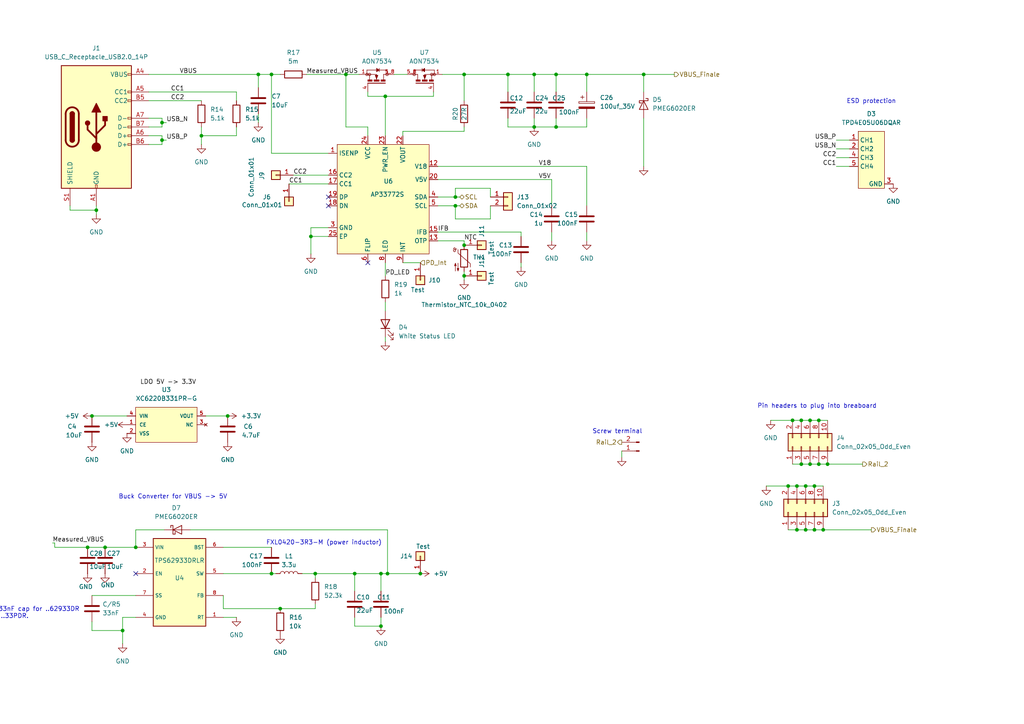
<source format=kicad_sch>
(kicad_sch (version 20250114) (generator "eeschema") (generator_version "9.0")
  (paper "A4")
  (title_block (title "USB PD PPS for breadboards") (date "2025-05-01") (rev "V1") (comment 1 "Licensed under CC BY-NC-SA 4.0 (c) 2025 Shinui"))
  (lib_symbols
    (symbol "Connector:Conn_01x02_Pin" (pin_names (offset 1.016) (hide yes))
      (property "Reference" "J" (at 0 2.54 0))
      (property "Value" "Conn_01x02_Pin" (at 0 -5.08 0))
      (symbol "Conn_01x02_Pin_1_1"
        (pin passive line (at 5.08 0 180) (length 3.81) (name "Pin_1") (number "1"))
        (pin passive line (at 5.08 -2.54 180) (length 3.81) (name "Pin_2") (number "2"))
      )
    )
    (symbol "Connector:USB_C_Receptacle_USB2.0_14P" (pin_names (offset 1.016))
      (property "Reference" "J" (at 0 22.225 0))
      (property "Value" "USB_C_Receptacle_USB2.0_14P" (at 0 19.685 0))
      (symbol "USB_C_Receptacle_USB2.0_14P_1_1"
        (pin passive line (at -7.62 -22.86 90) (length 5.08) (name "SHIELD") (number "S1"))
        (pin passive line (at 0 -22.86 90) (length 5.08) (name "GND") (number "A1"))
        (pin passive line (at 0 -22.86 90) (length 5.08) (hide yes) (name "GND") (number "A12"))
        (pin passive line (at 0 -22.86 90) (length 5.08) (hide yes) (name "GND") (number "B1"))
        (pin passive line (at 0 -22.86 90) (length 5.08) (hide yes) (name "GND") (number "B12"))
        (pin passive line (at 15.24 15.24 180) (length 5.08) (name "VBUS") (number "A4"))
        (pin passive line (at 15.24 15.24 180) (length 5.08) (hide yes) (name "VBUS") (number "A9"))
        (pin passive line (at 15.24 15.24 180) (length 5.08) (hide yes) (name "VBUS") (number "B4"))
        (pin passive line (at 15.24 15.24 180) (length 5.08) (hide yes) (name "VBUS") (number "B9"))
        (pin bidirectional line (at 15.24 10.16 180) (length 5.08) (name "CC1") (number "A5"))
        (pin bidirectional line (at 15.24 7.62 180) (length 5.08) (name "CC2") (number "B5"))
        (pin bidirectional line (at 15.24 2.54 180) (length 5.08) (name "D-") (number "A7"))
        (pin bidirectional line (at 15.24 0 180) (length 5.08) (name "D-") (number "B7"))
        (pin bidirectional line (at 15.24 -2.54 180) (length 5.08) (name "D+") (number "A6"))
        (pin bidirectional line (at 15.24 -5.08 180) (length 5.08) (name "D+") (number "B6"))
      )
    )
    (symbol "Connector_Generic:Conn_01x01" (pin_names (offset 1.016) (hide yes))
      (property "Reference" "J" (at 0 2.54 0))
      (property "Value" "Conn_01x01" (at 0 -2.54 0))
      (symbol "Conn_01x01_1_1"
        (pin passive line (at -5.08 0 0) (length 3.81) (name "Pin_1") (number "1"))
      )
    )
    (symbol "Connector_Generic:Conn_01x02" (pin_names (offset 1.016) (hide yes))
      (property "Reference" "J" (at 0 2.54 0))
      (property "Value" "Conn_01x02" (at 0 -5.08 0))
      (symbol "Conn_01x02_1_1"
        (pin passive line (at -5.08 0 0) (length 3.81) (name "Pin_1") (number "1"))
        (pin passive line (at -5.08 -2.54 0) (length 3.81) (name "Pin_2") (number "2"))
      )
    )
    (symbol "Connector_Generic:Conn_02x05_Odd_Even" (pin_names (offset 1.016) (hide yes))
      (property "Reference" "J" (at 1.27 7.62 0))
      (property "Value" "Conn_02x05_Odd_Even" (at 1.27 -7.62 0))
      (symbol "Conn_02x05_Odd_Even_1_1"
        (pin passive line (at -5.08 5.08 0) (length 3.81) (name "Pin_1") (number "1"))
        (pin passive line (at -5.08 2.54 0) (length 3.81) (name "Pin_3") (number "3"))
        (pin passive line (at -5.08 0 0) (length 3.81) (name "Pin_5") (number "5"))
        (pin passive line (at -5.08 -2.54 0) (length 3.81) (name "Pin_7") (number "7"))
        (pin passive line (at -5.08 -5.08 0) (length 3.81) (name "Pin_9") (number "9"))
        (pin passive line (at 7.62 5.08 180) (length 3.81) (name "Pin_2") (number "2"))
        (pin passive line (at 7.62 2.54 180) (length 3.81) (name "Pin_4") (number "4"))
        (pin passive line (at 7.62 0 180) (length 3.81) (name "Pin_6") (number "6"))
        (pin passive line (at 7.62 -2.54 180) (length 3.81) (name "Pin_8") (number "8"))
        (pin passive line (at 7.62 -5.08 180) (length 3.81) (name "Pin_10") (number "10"))
      )
    )
    (symbol "Device:C" (pin_numbers (hide yes)) (pin_names (offset 0.254))
      (property "Reference" "C" (at 0.635 2.54 0))
      (property "Value" "C" (at 0.635 -2.54 0))
      (symbol "C_1_1"
        (pin passive line (at 0 3.81 270) (length 2.794) (name "~") (number "1"))
        (pin passive line (at 0 -3.81 90) (length 2.794) (name "~") (number "2"))
      )
    )
    (symbol "Device:C_Polarized" (pin_numbers (hide yes)) (pin_names (offset 0.254))
      (property "Reference" "C" (at 0.635 2.54 0))
      (property "Value" "C_Polarized" (at 0.635 -2.54 0))
      (symbol "C_Polarized_1_1"
        (pin passive line (at 0 3.81 270) (length 2.794) (name "~") (number "1"))
        (pin passive line (at 0 -3.81 90) (length 2.794) (name "~") (number "2"))
      )
    )
    (symbol "Device:L" (pin_numbers (hide yes)) (pin_names (offset 1.016) (hide yes))
      (property "Reference" "L" (at -1.27 0 90))
      (property "Value" "L" (at 1.905 0 90))
      (symbol "L_1_1"
        (pin passive line (at 0 3.81 270) (length 1.27) (name "1") (number "1"))
        (pin passive line (at 0 -3.81 90) (length 1.27) (name "2") (number "2"))
      )
    )
    (symbol "Device:LED" (pin_numbers (hide yes)) (pin_names (offset 1.016) (hide yes))
      (property "Reference" "D" (at 0 2.54 0))
      (property "Value" "LED" (at 0 -2.54 0))
      (symbol "LED_1_1"
        (pin passive line (at -3.81 0 0) (length 2.54) (name "K") (number "1"))
        (pin passive line (at 3.81 0 180) (length 2.54) (name "A") (number "2"))
      )
    )
    (symbol "Device:R" (pin_numbers (hide yes)) (pin_names (offset 0))
      (property "Reference" "R" (at 2.032 0 90))
      (property "Value" "R" (at 0 0 90))
      (symbol "R_1_1"
        (pin passive line (at 0 3.81 270) (length 1.27) (name "~") (number "1"))
        (pin passive line (at 0 -3.81 90) (length 1.27) (name "~") (number "2"))
      )
    )
    (symbol "Device:Thermistor_NTC" (pin_numbers (hide yes)) (pin_names (offset 0))
      (property "Reference" "TH" (at -4.445 0 90))
      (property "Value" "Thermistor_NTC" (at 3.175 0 90))
      (symbol "Thermistor_NTC_1_1"
        (pin passive line (at 0 3.81 270) (length 1.27) (name "~") (number "1"))
        (pin passive line (at 0 -3.81 90) (length 1.27) (name "~") (number "2"))
      )
    )
    (symbol "Diode:PMEG6020ER" (pin_numbers (hide yes)) (pin_names (hide yes))
      (property "Reference" "D" (at 0 2.54 0))
      (property "Value" "PMEG6020ER" (at 0 -2.54 0))
      (symbol "PMEG6020ER_1_1"
        (pin passive line (at -3.81 0 0) (length 2.54) (name "K") (number "1"))
        (pin passive line (at 3.81 0 180) (length 2.54) (name "A") (number "2"))
      )
    )
    (symbol "Diode_TVS:TPD4E05U06DQAR"
      (property "Reference" "D" (at 3.048 8.636 0))
      (property "Value" "TPD4E05U06DQAR" (at 0.254 -10.16 0))
      (symbol "TPD4E05U06DQAR_1_1"
        (pin input line (at -6.35 5.08 0) (length 2.54) (name "CH1") (number "1"))
        (pin input line (at -6.35 5.08 0) (length 2.54) (hide yes) (name "") (number "10"))
        (pin input line (at -6.35 2.54 0) (length 2.54) (name "CH2") (number "2"))
        (pin input line (at -6.35 2.54 0) (length 2.54) (hide yes) (name "") (number "9"))
        (pin input line (at -6.35 0 0) (length 2.54) (name "CH3") (number "4"))
        (pin input line (at -6.35 0 0) (length 2.54) (hide yes) (name "") (number "7"))
        (pin input line (at -6.35 -2.54 0) (length 2.54) (name "CH4") (number "5"))
        (pin input line (at -6.35 -2.54 0) (length 2.54) (hide yes) (name "") (number "6"))
        (pin power_in line (at 6.35 -7.62 180) (length 2.54) (name "GND") (number "3"))
        (pin power_in line (at 6.35 -7.62 180) (length 2.54) (hide yes) (name "GND") (number "8"))
      )
    )
    (symbol "Interface_USBC:AP33772S"
      (property "Reference" "U6" (at -2.286 25.146 0))
      (property "Value" "AP33772S" (at -6.096 21.59 0))
      (symbol "AP33772S_1_1"
        (pin input line (at -17.78 11.43 0) (length 2.54) (name "ISENP") (number "1"))
        (pin input line (at -17.78 5.08 0) (length 2.54) (name "CC2") (number "16"))
        (pin input line (at -17.78 2.54 0) (length 2.54) (name "CC1") (number "17"))
        (pin input line (at -17.78 -1.27 0) (length 2.54) (name "DP") (number "19"))
        (pin input line (at -17.78 -3.81 0) (length 2.54) (name "DN") (number "18"))
        (pin input line (at -17.78 -10.16 0) (length 2.54) (name "GND") (number "3"))
        (pin input line (at -17.78 -12.7 0) (length 2.54) (name "EP") (number "25"))
        (pin no_connect line (at -17.78 -16.51 0) (length 2.54) (hide yes) (name "NC") (number "10"))
        (pin no_connect line (at -17.78 -16.51 0) (length 2.54) (hide yes) (name "NC") (number "11"))
        (pin no_connect line (at -17.78 -16.51 0) (length 2.54) (hide yes) (name "NC") (number "14"))
        (pin no_connect line (at -17.78 -16.51 0) (length 2.54) (hide yes) (name "NC") (number "2"))
        (pin no_connect line (at -17.78 -16.51 0) (length 2.54) (hide yes) (name "NC") (number "21"))
        (pin no_connect line (at -17.78 -16.51 0) (length 2.54) (hide yes) (name "NC") (number "7"))
        (pin input line (at -6.35 16.51 270) (length 2.54) (name "VCC") (number "24"))
        (pin input line (at -6.35 -20.32 90) (length 2.54) (name "FLIP") (number "6"))
        (pin input line (at -1.27 16.51 270) (length 2.54) (name "PWR_EN") (number "23"))
        (pin input line (at -1.27 -20.32 90) (length 2.54) (name "LED") (number "8"))
        (pin input line (at 3.81 16.51 270) (length 2.54) (name "VOUT") (number "22"))
        (pin input line (at 3.81 -20.32 90) (length 2.54) (name "INT") (number "9"))
        (pin input line (at 13.97 7.62 180) (length 2.54) (name "V18") (number "12"))
        (pin input line (at 13.97 3.81 180) (length 2.54) (name "V5V") (number "20"))
        (pin input line (at 13.97 -1.27 180) (length 2.54) (name "SDA") (number "4"))
        (pin input line (at 13.97 -3.81 180) (length 2.54) (name "SCL") (number "5"))
        (pin input line (at 13.97 -11.43 180) (length 2.54) (name "IFB") (number "15"))
        (pin input line (at 13.97 -13.97 180) (length 2.54) (name "OTP") (number "13"))
      )
    )
    (symbol "Power_Converter:TPS62933DRLR"
      (property "Reference" "U" (at -7.874 14.986 0))
      (property "Value" "TPS62933DRLR" (at -1.016 -14.224 0))
      (symbol "TPS62933DRLR_0_0"
        (pin input line (at -12.7 10.16 0) (length 5.08) (name "VIN") (number "3"))
        (pin input line (at -12.7 2.54 0) (length 5.08) (name "EN") (number "2"))
        (pin power_in line (at -12.7 -10.16 0) (length 5.08) (name "GND") (number "4"))
        (pin power_in line (at 12.7 10.16 180) (length 5.08) (name "BST") (number "6"))
        (pin output line (at 12.7 2.54 180) (length 5.08) (name "SW") (number "5"))
        (pin input line (at 12.7 -3.81 180) (length 5.08) (name "FB") (number "8"))
        (pin input line (at 12.7 -10.16 180) (length 5.08) (name "RT") (number "1"))
      )
      (symbol "TPS62933DRLR_1_0"
        (pin output line (at -12.7 -3.81 0) (length 5.08) (name "SS") (number "7"))
      )
    )
    (symbol "Transistor_MOSFET:AON7262E"
      (property "Reference" "U" (at -3.048 4.572 0))
      (property "Value" "AON7262E" (at -1.016 -6.858 0))
      (symbol "AON7262E_1_0"
        (pin passive line (at -5.08 -2.54 0) (length 2.54) (name "~") (number "4"))
        (pin passive line (at 0 5.08 270) (length 2.54) (name "~") (number "5_8"))
        (pin passive line (at 0 -5.08 90) (length 2.54) (name "~") (number "1"))
        (pin passive line (at 0 -5.08 90) (length 2.54) (hide yes) (name "~") (number "2"))
        (pin passive line (at 0 -5.08 90) (length 2.54) (hide yes) (name "~") (number "3"))
      )
    )
    (symbol "XC662:XC6220B331PR-G" (pin_names (offset 1.016))
      (property "Reference" "U" (at -8.89 6.35 0))
      (property "Value" "XC6220B331PR-G" (at -8.89 -7.62 0))
      (symbol "XC6220B331PR-G_0_0"
        (pin power_in line (at -11.43 2.54 0) (length 2.54) (name "VIN") (number "4"))
        (pin passive line (at -11.43 0 0) (length 2.54) (name "CE") (number "1"))
        (pin passive line (at -11.43 -2.54 0) (length 2.54) (name "VSS") (number "2"))
        (pin output line (at 11.43 2.54 180) (length 2.54) (name "VOUT") (number "5"))
        (pin no_connect line (at 11.43 0 180) (length 2.54) (name "NC") (number "3"))
      )
    )
    (symbol "power:+3.3V" (power) (pin_numbers (hide yes)) (pin_names (offset 0) (hide yes))
      (property "Value" "+3.3V" (at 0 3.556 0))
      (symbol "+3.3V_1_1"
        (pin power_in line (at 0 0 90) (length 0) (name "~") (number "1"))
      )
    )
    (symbol "power:+5V" (power) (pin_numbers (hide yes)) (pin_names (offset 0) (hide yes))
      (property "Value" "+5V" (at 0 3.556 0))
      (symbol "+5V_1_1"
        (pin power_in line (at 0 0 90) (length 0) (name "~") (number "1"))
      )
    )
    (symbol "power:GND" (power) (pin_numbers (hide yes)) (pin_names (offset 0) (hide yes))
      (property "Value" "GND" (at 0 -3.81 0))
      (symbol "GND_1_1"
        (pin power_in line (at 0 0 270) (length 0) (name "~") (number "1"))
      )
    )
  )
  (text "ESD protection" (at 252.73 29.464 0) (effects (font (size 1.27 1.27))))
  (text "This component(C/R5) can either be 33nF cap for ..62933DR \nor a 10k Resistor for ..33PDR." (at -6.604 177.8 0) (effects (font (size 1.27 1.27))))
  (text "Buck Converter for VBUS -> 5V" (at 50.165 144.145 0) (effects (font (size 1.27 1.27))))
  (text "FXL0420-3R3-M (power inductor)" (at 93.98 157.48 0) (effects (font (size 1.27 1.27))))
  (text "Pin headers to plug into breaboard" (at 236.982 117.856 0) (effects (font (size 1.27 1.27))))
  (text "Screw terminal" (at 179.07 125.222 0) (effects (font (size 1.27 1.27))))
  (junction (at 78.74 21.59))
  (junction (at 91.44 166.37))
  (junction (at 236.22 153.67))
  (junction (at 237.49 121.92))
  (junction (at 238.76 153.67))
  (junction (at 231.14 153.67))
  (junction (at 110.49 166.37))
  (junction (at 134.62 21.59))
  (junction (at 134.62 80.01))
  (junction (at 66.04 120.65))
  (junction (at 39.37 158.75))
  (junction (at 161.29 21.59))
  (junction (at 25.4 158.75))
  (junction (at 112.395 166.37))
  (junction (at 132.08 57.15))
  (junction (at 232.41 121.92))
  (junction (at 237.49 134.62))
  (junction (at 74.93 21.59))
  (junction (at 170.18 21.59))
  (junction (at 161.29 36.83))
  (junction (at 81.28 176.53))
  (junction (at 46.99 35.56))
  (junction (at 58.42 39.37))
  (junction (at 132.08 59.69))
  (junction (at 228.6 140.97))
  (junction (at 154.94 36.83))
  (junction (at 134.62 71.12))
  (junction (at 147.32 21.59))
  (junction (at 231.14 140.97))
  (junction (at 78.74 166.37))
  (junction (at 121.92 166.37))
  (junction (at 110.49 181.61))
  (junction (at 233.68 153.67))
  (junction (at 100.33 21.59))
  (junction (at 102.87 166.37))
  (junction (at 233.68 140.97))
  (junction (at 234.95 134.62))
  (junction (at 240.03 134.62))
  (junction (at 111.76 27.94))
  (junction (at 30.48 158.75))
  (junction (at 26.67 120.65))
  (junction (at 232.41 134.62))
  (junction (at 229.87 121.92))
  (junction (at 236.22 140.97))
  (junction (at 90.17 68.58))
  (junction (at 186.69 21.59))
  (junction (at 27.94 60.96))
  (junction (at 35.56 182.88))
  (junction (at 154.94 21.59))
  (junction (at 234.95 121.92))
  (junction (at 46.99 40.64))
  (no_connect (at 106.68 76.2))
  (no_connect (at 95.25 57.15))
  (no_connect (at 95.25 59.69))
  (no_connect (at 39.37 166.37))
  (wire (pts (xy 110.49 166.37) (xy 102.87 166.37)))
  (wire (pts (xy 43.18 21.59) (xy 74.93 21.59)))
  (wire (pts (xy 15.24 157.48) (xy 15.875 157.48)))
  (wire (pts (xy 134.62 69.85) (xy 134.62 71.12)))
  (wire (pts (xy 236.22 153.67) (xy 238.76 153.67)))
  (wire (pts (xy 43.18 29.21) (xy 58.42 29.21)))
  (wire (pts (xy 147.32 34.29) (xy 147.32 36.83)))
  (wire (pts (xy 236.22 140.97) (xy 238.76 140.97)))
  (wire (pts (xy 234.95 134.62) (xy 237.49 134.62)))
  (wire (pts (xy 186.69 21.59) (xy 195.58 21.59)))
  (wire (pts (xy 106.68 27.94) (xy 106.68 26.67)))
  (wire (pts (xy 74.93 21.59) (xy 78.74 21.59)))
  (wire (pts (xy 26.67 172.72) (xy 39.37 172.72)))
  (wire (pts (xy 35.56 182.88) (xy 35.56 179.07)))
  (wire (pts (xy 112.395 166.37) (xy 121.92 166.37)))
  (wire (pts (xy 111.76 27.94) (xy 125.73 27.94)))
  (wire (pts (xy 43.18 36.83) (xy 46.99 36.83)))
  (wire (pts (xy 106.68 36.83) (xy 100.33 36.83)))
  (wire (pts (xy 142.24 63.5) (xy 132.08 63.5)))
  (wire (pts (xy 134.62 80.01) (xy 134.62 81.28)))
  (wire (pts (xy 154.94 34.29) (xy 154.94 36.83)))
  (wire (pts (xy 134.62 21.59) (xy 147.32 21.59)))
  (wire (pts (xy 110.49 166.37) (xy 110.49 171.45)))
  (wire (pts (xy 35.56 179.07) (xy 39.37 179.07)))
  (wire (pts (xy 46.99 39.37) (xy 46.99 40.64)))
  (wire (pts (xy 154.94 21.59) (xy 161.29 21.59)))
  (wire (pts (xy 232.41 134.62) (xy 234.95 134.62)))
  (wire (pts (xy 180.34 132.588) (xy 180.34 130.81)))
  (wire (pts (xy 161.29 36.83) (xy 154.94 36.83)))
  (wire (pts (xy 242.57 40.64) (xy 246.38 40.64)))
  (wire (pts (xy 46.99 35.56) (xy 46.99 36.83)))
  (wire (pts (xy 127 67.31) (xy 151.13 67.31)))
  (wire (pts (xy 83.82 53.34) (xy 95.25 53.34)))
  (wire (pts (xy 228.6 153.67) (xy 231.14 153.67)))
  (wire (pts (xy 64.77 158.75) (xy 78.74 158.75)))
  (wire (pts (xy 58.42 39.37) (xy 68.58 39.37)))
  (wire (pts (xy 58.42 39.37) (xy 58.42 41.91)))
  (wire (pts (xy 170.18 48.26) (xy 170.18 59.69)))
  (wire (pts (xy 147.32 36.83) (xy 154.94 36.83)))
  (wire (pts (xy 161.29 21.59) (xy 170.18 21.59)))
  (wire (pts (xy 229.87 134.62) (xy 232.41 134.62)))
  (wire (pts (xy 102.87 166.37) (xy 102.87 171.45)))
  (wire (pts (xy 154.94 21.59) (xy 154.94 26.67)))
  (wire (pts (xy 229.87 121.92) (xy 232.41 121.92)))
  (wire (pts (xy 238.76 153.67) (xy 252.73 153.67)))
  (wire (pts (xy 222.25 140.97) (xy 228.6 140.97)))
  (wire (pts (xy 46.99 40.64) (xy 46.99 41.91)))
  (wire (pts (xy 64.77 179.07) (xy 68.58 179.07)))
  (wire (pts (xy 43.18 34.29) (xy 46.99 34.29)))
  (wire (pts (xy 142.24 57.15) (xy 142.24 54.61)))
  (wire (pts (xy 170.18 21.59) (xy 170.18 26.67)))
  (wire (pts (xy 170.18 34.29) (xy 170.18 36.83)))
  (wire (pts (xy 27.94 59.69) (xy 27.94 60.96)))
  (wire (pts (xy 48.26 40.64) (xy 46.99 40.64)))
  (wire (pts (xy 64.77 166.37) (xy 78.74 166.37)))
  (wire (pts (xy 160.02 59.69) (xy 160.02 52.07)))
  (wire (pts (xy 134.62 38.1) (xy 134.62 36.83)))
  (wire (pts (xy 228.6 140.97) (xy 231.14 140.97)))
  (wire (pts (xy 35.56 186.69) (xy 35.56 182.88)))
  (wire (pts (xy 81.28 176.53) (xy 91.44 176.53)))
  (wire (pts (xy 26.67 182.88) (xy 26.67 180.34)))
  (wire (pts (xy 106.68 27.94) (xy 111.76 27.94)))
  (wire (pts (xy 127 57.15) (xy 132.08 57.15)))
  (wire (pts (xy 91.44 166.37) (xy 91.44 167.64)))
  (wire (pts (xy 134.62 78.74) (xy 134.62 80.01)))
  (wire (pts (xy 100.33 21.59) (xy 104.14 21.59)))
  (wire (pts (xy 90.17 68.58) (xy 90.17 73.66)))
  (wire (pts (xy 127 52.07) (xy 160.02 52.07)))
  (wire (pts (xy 170.18 67.31) (xy 170.18 69.85)))
  (wire (pts (xy 43.18 39.37) (xy 46.99 39.37)))
  (wire (pts (xy 47.625 153.67) (xy 39.37 153.67)))
  (wire (pts (xy 90.17 68.58) (xy 95.25 68.58)))
  (wire (pts (xy 27.94 60.96) (xy 27.94 62.23)))
  (wire (pts (xy 111.76 97.79) (xy 111.76 99.06)))
  (wire (pts (xy 127 69.85) (xy 134.62 69.85)))
  (wire (pts (xy 151.13 76.2) (xy 151.13 77.47)))
  (wire (pts (xy 242.57 48.26) (xy 246.38 48.26)))
  (wire (pts (xy 132.08 54.61) (xy 132.08 57.15)))
  (wire (pts (xy 233.68 153.67) (xy 236.22 153.67)))
  (wire (pts (xy 58.42 36.83) (xy 58.42 39.37)))
  (wire (pts (xy 147.32 21.59) (xy 147.32 26.67)))
  (wire (pts (xy 102.87 179.07) (xy 102.87 181.61)))
  (wire (pts (xy 74.93 25.4) (xy 74.93 21.59)))
  (wire (pts (xy 127 48.26) (xy 170.18 48.26)))
  (wire (pts (xy 170.18 36.83) (xy 161.29 36.83)))
  (wire (pts (xy 87.63 166.37) (xy 91.44 166.37)))
  (wire (pts (xy 64.77 176.53) (xy 64.77 172.72)))
  (wire (pts (xy 90.17 66.04) (xy 95.25 66.04)))
  (wire (pts (xy 78.74 166.37) (xy 80.01 166.37)))
  (wire (pts (xy 111.76 87.63) (xy 111.76 90.17)))
  (wire (pts (xy 111.76 76.2) (xy 111.76 80.01)))
  (wire (pts (xy 132.08 63.5) (xy 132.08 59.69)))
  (wire (pts (xy 110.49 166.37) (xy 112.395 166.37)))
  (wire (pts (xy 15.875 158.75) (xy 25.4 158.75)))
  (wire (pts (xy 95.25 44.45) (xy 78.74 44.45)))
  (wire (pts (xy 132.08 57.15) (xy 133.35 57.15)))
  (wire (pts (xy 85.09 50.8) (xy 95.25 50.8)))
  (wire (pts (xy 20.32 60.96) (xy 27.94 60.96)))
  (wire (pts (xy 59.69 120.65) (xy 66.04 120.65)))
  (wire (pts (xy 186.69 48.26) (xy 186.69 34.29)))
  (wire (pts (xy 125.73 27.94) (xy 125.73 26.67)))
  (wire (pts (xy 160.02 67.31) (xy 160.02 69.85)))
  (wire (pts (xy 233.68 140.97) (xy 236.22 140.97)))
  (wire (pts (xy 20.32 59.69) (xy 20.32 60.96)))
  (wire (pts (xy 151.13 68.58) (xy 151.13 67.31)))
  (wire (pts (xy 128.27 21.59) (xy 134.62 21.59)))
  (wire (pts (xy 78.74 21.59) (xy 78.74 44.45)))
  (wire (pts (xy 110.49 179.07) (xy 110.49 181.61)))
  (wire (pts (xy 35.56 182.88) (xy 26.67 182.88)))
  (wire (pts (xy 134.62 21.59) (xy 134.62 29.21)))
  (wire (pts (xy 55.245 153.67) (xy 112.395 153.67)))
  (wire (pts (xy 102.87 166.37) (xy 91.44 166.37)))
  (wire (pts (xy 43.18 41.91) (xy 46.99 41.91)))
  (wire (pts (xy 90.17 66.04) (xy 90.17 68.58)))
  (wire (pts (xy 147.32 21.59) (xy 154.94 21.59)))
  (wire (pts (xy 237.49 121.92) (xy 240.03 121.92)))
  (wire (pts (xy 234.95 121.92) (xy 237.49 121.92)))
  (wire (pts (xy 111.76 27.94) (xy 111.76 39.37)))
  (wire (pts (xy 112.395 153.67) (xy 112.395 166.37)))
  (wire (pts (xy 242.57 43.18) (xy 246.38 43.18)))
  (wire (pts (xy 132.08 59.69) (xy 133.35 59.69)))
  (wire (pts (xy 170.18 21.59) (xy 186.69 21.59)))
  (wire (pts (xy 30.48 158.75) (xy 39.37 158.75)))
  (wire (pts (xy 231.14 153.67) (xy 233.68 153.67)))
  (wire (pts (xy 15.875 157.48) (xy 15.875 158.75)))
  (wire (pts (xy 142.24 54.61) (xy 132.08 54.61)))
  (wire (pts (xy 91.44 176.53) (xy 91.44 175.26)))
  (wire (pts (xy 242.57 45.72) (xy 246.38 45.72)))
  (wire (pts (xy 43.18 26.67) (xy 68.58 26.67)))
  (wire (pts (xy 26.67 120.65) (xy 36.83 120.65)))
  (wire (pts (xy 68.58 36.83) (xy 68.58 39.37)))
  (wire (pts (xy 114.3 21.59) (xy 118.11 21.59)))
  (wire (pts (xy 223.52 121.92) (xy 229.87 121.92)))
  (wire (pts (xy 39.37 153.67) (xy 39.37 158.75)))
  (wire (pts (xy 116.84 38.1) (xy 134.62 38.1)))
  (wire (pts (xy 74.93 33.02) (xy 74.93 35.56)))
  (wire (pts (xy 186.69 21.59) (xy 186.69 26.67)))
  (wire (pts (xy 240.03 134.62) (xy 250.19 134.62)))
  (wire (pts (xy 25.4 158.75) (xy 30.48 158.75)))
  (wire (pts (xy 106.68 39.37) (xy 106.68 36.83)))
  (wire (pts (xy 100.33 36.83) (xy 100.33 21.59)))
  (wire (pts (xy 121.92 76.2) (xy 116.84 76.2)))
  (wire (pts (xy 231.14 140.97) (xy 233.68 140.97)))
  (wire (pts (xy 88.9 21.59) (xy 100.33 21.59)))
  (wire (pts (xy 102.87 181.61) (xy 110.49 181.61)))
  (wire (pts (xy 48.26 35.56) (xy 46.99 35.56)))
  (wire (pts (xy 237.49 134.62) (xy 240.03 134.62)))
  (wire (pts (xy 161.29 34.29) (xy 161.29 36.83)))
  (wire (pts (xy 161.29 21.59) (xy 161.29 26.67)))
  (wire (pts (xy 116.84 38.1) (xy 116.84 39.37)))
  (wire (pts (xy 64.77 176.53) (xy 81.28 176.53)))
  (wire (pts (xy 68.58 26.67) (xy 68.58 29.21)))
  (wire (pts (xy 232.41 121.92) (xy 234.95 121.92)))
  (wire (pts (xy 127 59.69) (xy 132.08 59.69)))
  (wire (pts (xy 78.74 21.59) (xy 81.28 21.59)))
  (wire (pts (xy 142.24 59.69) (xy 142.24 63.5)))
  (wire (pts (xy 46.99 34.29) (xy 46.99 35.56)))
  (label "PD_LED" (at 111.76 80.01 0))
  (label "CC1" (at 83.82 53.34 0))
  (label "Measured_VBUS" (at 15.24 157.48 0))
  (label "USB_P" (at 48.26 40.64 0))
  (label "CC2" (at 242.57 45.72 180))
  (label "Measured_VBUS" (at 88.9 21.59 0))
  (label "LDO 5V -> 3.3V" (at 40.64 111.76 0))
  (label "CC2" (at 49.53 29.21 0))
  (label "NTC" (at 134.62 69.85 0))
  (label "IFB" (at 127 67.31 0))
  (label "CC1" (at 49.53 26.67 0))
  (label "CC1" (at 242.57 48.26 180))
  (label "USB_N" (at 48.26 35.56 0))
  (label "USB_N" (at 242.57 43.18 180))
  (label "V18" (at 156.21 48.26 0))
  (label "V5V" (at 156.21 52.07 0))
  (label "CC2" (at 85.09 50.8 0))
  (label "USB_P" (at 242.57 40.64 180))
  (label "VBUS" (at 52.07 21.59 0))
  (hierarchical_label "PD_Int" (shape input) (at 121.92 76.2 0))
  (hierarchical_label "Rail_2" (shape output) (at 250.19 134.62 0))
  (hierarchical_label "Rail_2" (shape output) (at 180.34 128.27 180))
  (hierarchical_label "VBUS_Finale" (shape output) (at 195.58 21.59 0))
  (hierarchical_label "VBUS_Finale" (shape output) (at 252.73 153.67 0))
  (hierarchical_label "SCL" (shape bidirectional) (at 133.35 57.15 0))
  (hierarchical_label "SDA" (shape bidirectional) (at 133.35 59.69 0))
  (symbol (lib_id "Device:C") (at 170.18 63.5 0) (mirror y) (unit 1)
    (property "Reference" "C15" (at 167.64 62.23 0) (effects (justify left)))
    (property "Value" "100nF" (at 167.64 64.77 0) (effects (justify left)))
    (property "Footprint" "Capacitor_SMD:C_0805_2012Metric" (effects (hide yes)))
    (property "LCSC" "C1525" (effects (hide yes)))
  )
  (symbol (lib_id "power:GND") (at 25.4 166.37 0) (unit 1)
    (property "Reference" "#PWR086" (effects (hide yes)))
    (property "Value" "GND" (at 24.892 170.18 0))
    (property "Description" "Power symbol creates a global label with name \"GND\" , ground" (effects (hide yes)))
  )
  (symbol (lib_id "Device:C") (at 30.48 162.56 0) (unit 1)
    (property "Reference" "C27" (at 30.988 160.528 0) (effects (justify left)))
    (property "Value" "10uF" (at 30.988 164.338 0) (effects (justify left)))
    (property "Footprint" "Capacitor_SMD:C_1206_3216Metric" (effects (hide yes)))
    (property "Datasheet" "https://www.lcsc.com/datasheet/lcsc_datasheet_2005191033_Samwha-Capacitor-CS3216X5R106K500NRI_C513774.pdf" (effects (hide yes)))
    (property "Description" "Unpolarized capacitor" (effects (hide yes)))
    (property "LCSC" "C45783" (effects (hide yes)))
  )
  (symbol (lib_id "Device:C") (at 110.49 175.26 0) (mirror y) (unit 1)
    (property "Reference" "C11" (at 113.284 173.228 0) (effects (justify left)))
    (property "Value" "100nF" (at 117.348 177.292 0) (effects (justify left)))
    (property "Footprint" "Capacitor_SMD:C_0805_2012Metric" (effects (hide yes)))
    (property "LCSC" "C1525" (effects (hide yes)))
  )
  (symbol (lib_id "power:GND") (at 74.93 35.56 0) (unit 1)
    (property "Reference" "#PWR036" (effects (hide yes)))
    (property "Value" "GND" (at 74.93 40.64 0))
    (property "Description" "Power symbol creates a global label with name \"GND\" , ground" (effects (hide yes)))
  )
  (symbol (lib_id "Device:C") (at 78.74 162.56 0) (mirror y) (unit 1)
    (property "Reference" "C17" (at 76.2 161.29 0) (effects (justify left)))
    (property "Value" "100nF" (at 76.2 163.83 0) (effects (justify left)))
    (property "Footprint" "Capacitor_SMD:C_0805_2012Metric" (effects (hide yes)))
    (property "LCSC" "C1525" (effects (hide yes)))
  )
  (symbol (lib_id "Interface_USBC:AP33772S") (at 113.03 55.88 0) (unit 1)
    (property "Reference" "U6" (at 111.252 52.578 0) (effects (justify left)))
    (property "Value" "AP33772S" (at 107.442 56.388 0) (effects (justify left)))
    (property "Footprint" "Package_DFN_QFN:QFN-24-1EP_4x4mm_P0.5mm_EP2.65x2.65mm" (effects (hide yes)))
    (property "Datasheet" "https://www.diodes.com/assets/Datasheets/AP33772S.pdf" (effects (hide yes)))
    (property "Description" "USB PD  PD3.1 Controller max 28V" (effects (hide yes)))
    (property "LCSC" "C9900152998" (effects (hide yes)))
  )
  (symbol (lib_id "power:GND") (at 111.76 99.06 0) (unit 1)
    (property "Reference" "#PWR040" (effects (hide yes)))
    (property "Value" "GND" (effects (hide yes)))
  )
  (symbol (lib_id "Connector_Generic:Conn_01x02") (at 147.32 57.15 0) (unit 1)
    (property "Reference" "J13" (at 149.86 57.1499 0) (effects (justify left)))
    (property "Value" "Conn_01x02" (at 149.86 59.6899 0) (effects (justify left)))
    (property "Footprint" "Connector_PinSocket_2.54mm:PinSocket_1x02_P2.54mm_Vertical" (effects (hide yes)))
    (property "Description" "Generic connector, single row, 01x02, script generated (kicad-library-utils/schlib/autogen/connector/)" (effects (hide yes)))
  )
  (symbol (lib_id "Device:C") (at 74.93 29.21 0) (unit 1)
    (property "Reference" "C7" (at 78.74 27.9399 0) (effects (justify left)))
    (property "Value" "10uF" (at 78.74 30.4799 0) (effects (justify left)))
    (property "Footprint" "Capacitor_SMD:C_1206_3216Metric" (effects (hide yes)))
    (property "Datasheet" "https://www.lcsc.com/datasheet/lcsc_datasheet_2005191033_Samwha-Capacitor-CS3216X5R106K500NRI_C513774.pdf" (effects (hide yes)))
    (property "Description" "Unpolarized capacitor" (effects (hide yes)))
    (property "LCSC" "C513774" (effects (hide yes)))
  )
  (symbol (lib_id "Device:R") (at 85.09 21.59 90) (unit 1)
    (property "Reference" "R17" (at 85.09 15.24 90))
    (property "Value" "5m" (at 85.09 17.78 90))
    (property "Footprint" "Resistor_SMD:R_1206_3216Metric" (effects (hide yes)))
    (property "Description" "Resistor" (effects (hide yes)))
    (property "LCSC" "C728267" (effects (hide yes)))
    (property "Part #" "PA0805FRE470R005L" (effects (hide yes)))
  )
  (symbol (lib_id "Connector_Generic:Conn_01x01") (at 121.92 161.29 90) (unit 1)
    (property "Reference" "J14" (at 119.634 161.29 90) (effects (justify left)))
    (property "Value" "Test" (at 124.714 158.496 90) (effects (justify left)))
    (property "Footprint" "Connector_PinSocket_2.54mm:PinSocket_1x01_P2.54mm_Vertical" (effects (hide yes)))
    (property "Description" "Generic connector, single row, 01x01, script generated (kicad-library-utils/schlib/autogen/connector/)" (effects (hide yes)))
  )
  (symbol (lib_id "Device:C") (at 161.29 30.48 0) (mirror y) (unit 1)
    (property "Reference" "C25" (at 164.084 28.448 0) (effects (justify left)))
    (property "Value" "100nF" (at 168.148 32.512 0) (effects (justify left)))
    (property "Footprint" "Capacitor_SMD:C_0805_2012Metric" (effects (hide yes)))
    (property "LCSC" "C1525" (effects (hide yes)))
  )
  (symbol (lib_id "Connector_Generic:Conn_02x05_Odd_Even") (at 233.68 148.59 90) (unit 1)
    (property "Reference" "J3" (at 241.3 146.0499 90) (effects (justify right)))
    (property "Value" "Conn_02x05_Odd_Even" (at 241.3 148.5899 90) (effects (justify right)))
    (property "Footprint" "PinHeader_2x05_P2.54mm_Vertical_SMD" (effects (hide yes)))
    (property "Description" "Generic connector, double row, 02x05, odd/even pin numbering scheme (row 1 odd numbers, row 2 even numbers), script generated (kicad-library-utils/schlib/autogen/connector/)" (effects (hide yes)))
  )
  (symbol (lib_id "Device:R") (at 134.62 33.02 180) (unit 1)
    (property "Reference" "R20" (at 132.08 33.02 90))
    (property "Value" "27R" (at 134.62 33.02 90))
    (property "Footprint" "Resistor_SMD:R_0805_2012Metric" (effects (hide yes)))
    (property "LCSC" "C138021" (effects (hide yes)))
  )
  (symbol (lib_id "Transistor_MOSFET:AON7262E") (at 109.22 21.59 270) (mirror x) (unit 1)
    (property "Reference" "U5" (at 109.347 15.24 90))
    (property "Value" "AON7534" (at 109.347 17.78 90))
    (property "Footprint" "test:TRANS_AON7408" (effects (hide yes)))
    (property "Datasheet" "https://www.lcsc.com/datasheet/lcsc_datasheet_1804172047_Alpha---Omega-Semicon-AON7262E_C176755.pdf" (effects (hide yes)))
    (property "Description" "NMOS 60V 6.2mΩ@10V" (effects (hide yes)))
  )
  (symbol (lib_id "power:GND") (at 68.58 179.07 0) (unit 1)
    (property "Reference" "#PWR035" (effects (hide yes)))
    (property "Value" "GND" (at 68.58 184.15 0))
    (property "Description" "Power symbol creates a global label with name \"GND\" , ground" (effects (hide yes)))
  )
  (symbol (lib_id "Connector_Generic:Conn_01x01") (at 139.7 71.12 0) (unit 1)
    (property "Reference" "J11" (at 139.7 68.834 90) (effects (justify left)))
    (property "Value" "Test" (at 142.494 73.914 90) (effects (justify left)))
    (property "Footprint" "Connector_PinSocket_2.54mm:PinSocket_1x01_P2.54mm_Vertical" (effects (hide yes)))
    (property "Description" "Generic connector, single row, 01x01, script generated (kicad-library-utils/schlib/autogen/connector/)" (effects (hide yes)))
  )
  (symbol (lib_id "Diode_TVS:TPD4E05U06DQAR") (at 252.73 45.72 0) (unit 1)
    (property "Reference" "D3" (at 252.73 33.02 0))
    (property "Value" "TPD4E05U06DQAR" (at 252.73 35.56 0))
    (property "Footprint" "TPD4E05U06DQAR:IC_TPD4E05U06DQAR" (effects (hide yes)))
    (property "Description" "TVS Diode for USBC" (effects (hide yes)))
  )
  (symbol (lib_id "Connector_Generic:Conn_02x05_Odd_Even") (at 234.95 129.54 90) (unit 1)
    (property "Reference" "J4" (at 242.57 126.9999 90) (effects (justify right)))
    (property "Value" "Conn_02x05_Odd_Even" (at 242.57 129.5399 90) (effects (justify right)))
    (property "Footprint" "PinHeader_2x05_P2.54mm_Vertical_SMD" (effects (hide yes)))
    (property "Description" "Generic connector, double row, 02x05, odd/even pin numbering scheme (row 1 odd numbers, row 2 even numbers), script generated (kicad-library-utils/schlib/autogen/connector/)" (effects (hide yes)))
  )
  (symbol (lib_id "power:GND") (at 160.02 69.85 0) (unit 1)
    (property "Reference" "#PWR045" (effects (hide yes)))
    (property "Value" "GND" (at 160.02 74.93 0))
    (property "Description" "Power symbol creates a global label with name \"GND\" , ground" (effects (hide yes)))
  )
  (symbol (lib_id "Device:R") (at 91.44 171.45 0) (unit 1)
    (property "Reference" "R18" (at 93.98 170.1799 0) (effects (justify left)))
    (property "Value" "52.3k" (at 93.98 172.7199 0) (effects (justify left)))
    (property "Footprint" "Resistor_SMD:R_0805_2012Metric" (effects (hide yes)))
    (property "Description" "Resistor" (effects (hide yes)))
    (property "LCSC" "C103091" (effects (hide yes)))
  )
  (symbol (lib_id "power:GND") (at 90.17 73.66 0) (unit 1)
    (property "Reference" "#PWR038" (effects (hide yes)))
    (property "Value" "GND" (at 90.17 78.74 0))
    (property "Description" "Power symbol creates a global label with name \"GND\" , ground" (effects (hide yes)))
  )
  (symbol (lib_id "XC662:XC6220B331PR-G") (at 48.26 123.19 0) (unit 1)
    (property "Reference" "U3" (at 48.26 113.03 0))
    (property "Value" "XC6220B331PR-G" (at 48.26 115.57 0))
    (property "Footprint" "XC6:SOT-89-5_TOR" (effects (hide yes)))
    (property "MF" "Torex Semiconductor" (effects (hide yes)))
    (property "Description_1" "Linear Voltage Regulator IC Positive Fixed 1 Output 1A SOT-89-5" (effects (hide yes)))
    (property "COPYRIGHT" "Copyright (C) 2022 Ultra Librarian. All rights reserved." (effects (hide yes)))
    (property "Package" "None" (effects (hide yes)))
    (property "Price" "None" (effects (hide yes)))
    (property "Check_prices" "https://www.snapeda.com/parts/XC6220B331PRG/Torex/view-part/?ref=eda" (effects (hide yes)))
    (property "SnapEDA_Link" "https://www.snapeda.com/parts/XC6220B331PRG/Torex/view-part/?ref=snap" (effects (hide yes)))
    (property "Availability" "In Stock" (effects (hide yes)))
    (property "DIGI-KEY_PART_NUMBER_1" "893-1128-1-ND" (effects (hide yes)))
    (property "DIGI-KEY_PART_NUMBER_2" "893-1128-2-ND" (effects (hide yes)))
    (property "DIGI-KEY_PART_NUMBER_3" "893-1128-2-NDL" (effects (hide yes)))
    (property "DIGI-KEY_PART_NUMBER_4" "893-1128-6-ND" (effects (hide yes)))
    (property "MP" "XC6220B331PRG" (effects (hide yes)))
    (property "MFR_NAME" "Torex Semiconductor" (effects (hide yes)))
    (property "MANUFACTURER_PART_NUMBER" "XC6220B331PR-G" (effects (hide yes)))
  )
  (symbol (lib_id "power:GND") (at 154.94 36.83 0) (unit 1)
    (property "Reference" "#PWR043" (effects (hide yes)))
    (property "Value" "GND" (at 154.94 41.91 0))
    (property "Description" "Power symbol creates a global label with name \"GND\" , ground" (effects (hide yes)))
  )
  (symbol (lib_id "Device:R") (at 68.58 33.02 0) (unit 1)
    (property "Reference" "R15" (at 71.12 31.7499 0) (effects (justify left)))
    (property "Value" "5.1k" (at 71.12 34.2899 0) (effects (justify left)))
    (property "Footprint" "Resistor_SMD:R_0805_2012Metric" (effects (hide yes)))
    (property "LCSC" "C25905" (effects (hide yes)))
  )
  (symbol (lib_id "power:GND") (at 222.25 140.97 0) (unit 1)
    (property "Reference" "#PWR050" (effects (hide yes)))
    (property "Value" "GND" (at 222.25 146.05 0))
  )
  (symbol (lib_id "power:GND") (at 110.49 181.61 0) (unit 1)
    (property "Reference" "#PWR039" (effects (hide yes)))
    (property "Value" "GND" (at 110.49 186.69 0))
    (property "Description" "Power symbol creates a global label with name \"GND\" , ground" (effects (hide yes)))
  )
  (symbol (lib_id "Device:C") (at 154.94 30.48 0) (unit 1)
    (property "Reference" "C24" (at 155.194 28.448 0) (effects (justify left)))
    (property "Value" "22u" (at 155.194 32.258 0) (effects (justify left)))
    (property "Footprint" "Capacitor_SMD:C_1206_3216Metric" (effects (hide yes)))
    (property "Datasheet" "https://www.lcsc.com/datasheet/lcsc_datasheet_2005191033_Samwha-Capacitor-CS3216X5R106K500NRI_C513774.pdf" (effects (hide yes)))
    (property "Description" "Unpolarized capacitor" (effects (hide yes)))
    (property "LCSC" "C45783" (effects (hide yes)))
  )
  (symbol (lib_id "power:GND") (at 36.83 125.73 0) (unit 1)
    (property "Reference" "#PWR030" (effects (hide yes)))
    (property "Value" "GND" (at 36.83 130.81 0))
    (property "Description" "Power symbol creates a global label with name \"GND\" , ground" (effects (hide yes)))
  )
  (symbol (lib_id "power:GND") (at 27.94 62.23 0) (unit 1)
    (property "Reference" "#PWR027" (effects (hide yes)))
    (property "Value" "GND" (at 27.94 67.31 0))
    (property "Description" "Power symbol creates a global label with name \"GND\" , ground" (effects (hide yes)))
  )
  (symbol (lib_id "Device:C") (at 151.13 72.39 0) (mirror y) (unit 1)
    (property "Reference" "C13" (at 148.59 71.12 0) (effects (justify left)))
    (property "Value" "100nF" (at 148.59 73.66 0) (effects (justify left)))
    (property "Footprint" "Capacitor_SMD:C_0805_2012Metric" (effects (hide yes)))
    (property "LCSC" "C1525" (effects (hide yes)))
  )
  (symbol (lib_id "power:+5V") (at 26.67 120.65 90) (unit 1)
    (property "Reference" "#PWR025" (effects (hide yes)))
    (property "Value" "+5V" (at 22.86 120.6499 90) (effects (justify left)))
    (property "Description" "Power symbol creates a global label with name \"+5V\"" (effects (hide yes)))
  )
  (symbol (lib_id "Power_Converter:TPS62933DRLR") (at 52.07 168.91 0) (unit 1)
    (property "Reference" "U4" (at 52.07 167.64 0))
    (property "Value" "TPS62933DRLR" (at 52.07 162.56 0))
    (property "Footprint" "TPS62933PDRLR:SOFL50P160X60-8N" (effects (hide yes)))
    (property "Datasheet" "https://www.lcsc.com/datasheet/lcsc_datasheet_2302220500_Texas-Instruments-TPS62933DRLR_C3200405.pdf" (effects (hide yes)))
    (property "Description" "Buck 3.8V~30V 3A 800mV~22V" (effects (hide yes)))
  )
  (symbol (lib_id "power:GND") (at 186.69 48.26 0) (unit 1)
    (property "Reference" "#PWR047" (effects (hide yes)))
    (property "Value" "GND" (effects (hide yes)))
  )
  (symbol (lib_id "power:GND") (at 81.28 184.15 0) (unit 1)
    (property "Reference" "#PWR037" (effects (hide yes)))
    (property "Value" "GND" (at 81.28 189.23 0))
    (property "Description" "Power symbol creates a global label with name \"GND\" , ground" (effects (hide yes)))
  )
  (symbol (lib_id "power:GND") (at 58.42 41.91 0) (unit 1)
    (property "Reference" "#PWR032" (effects (hide yes)))
    (property "Value" "GND" (at 58.42 46.99 0))
    (property "Description" "Power symbol creates a global label with name \"GND\" , ground" (effects (hide yes)))
  )
  (symbol (lib_id "Diode:PMEG6020ER") (at 186.69 30.48 270) (unit 1)
    (property "Reference" "D5" (at 189.23 28.8924 90) (effects (justify left)))
    (property "Value" "PMEG6020ER" (at 189.23 31.4324 90) (effects (justify left)))
    (property "Footprint" "Diode_SMD:D_SOD-123F" (effects (hide yes)))
    (property "Datasheet" "https://assets.nexperia.com/documents/data-sheet/PMEG6020ER.pdf" (effects (hide yes)))
    (property "Description" "60V, 2A low Vf MEGA Schottky barrier rectifier, SOD-123W" (effects (hide yes)))
  )
  (symbol (lib_id "power:GND") (at 180.34 132.588 0) (mirror y) (unit 1)
    (property "Reference" "#PWR049" (effects (hide yes)))
    (property "Value" "GND" (effects (hide yes)))
  )
  (symbol (lib_id "Device:L") (at 83.82 166.37 90) (unit 1)
    (property "Reference" "L1" (at 83.82 161.29 90))
    (property "Value" "3.3u" (at 83.82 163.83 90))
    (property "Footprint" "Inductor_SMD:L_Changjiang_FXL0420" (effects (hide yes)))
    (property "Datasheet" "https://www.lcsc.com/datasheet/lcsc_datasheet_2409302232_APV-APH0630T3R3M_C5349703.pdf" (effects (hide yes)))
    (property "Description" "Inductor" (effects (hide yes)))
  )
  (symbol (lib_id "power:GND") (at 223.52 121.92 0) (unit 1)
    (property "Reference" "#PWR051" (effects (hide yes)))
    (property "Value" "GND" (at 223.52 127 0))
  )
  (symbol (lib_id "power:+5V") (at 121.92 166.37 270) (unit 1)
    (property "Reference" "#PWR041" (effects (hide yes)))
    (property "Value" "+5V" (at 125.73 166.3699 90) (effects (justify left)))
    (property "Description" "Power symbol creates a global label with name \"+5V\"" (effects (hide yes)))
  )
  (symbol (lib_id "Device:C") (at 102.87 175.26 0) (unit 1)
    (property "Reference" "C10" (at 103.378 173.228 0) (effects (justify left)))
    (property "Value" "22uF" (at 103.378 177.038 0) (effects (justify left)))
    (property "Footprint" "Capacitor_SMD:C_1206_3216Metric" (effects (hide yes)))
    (property "Datasheet" "https://www.lcsc.com/datasheet/lcsc_datasheet_2005191033_Samwha-Capacitor-CS3216X5R106K500NRI_C513774.pdf" (effects (hide yes)))
    (property "Description" "Unpolarized capacitor" (effects (hide yes)))
    (property "LCSC" "C45783" (effects (hide yes)))
  )
  (symbol (lib_id "power:GND") (at 151.13 77.47 0) (unit 1)
    (property "Reference" "#PWR044" (effects (hide yes)))
    (property "Value" "GND" (at 151.13 82.55 0))
    (property "Description" "Power symbol creates a global label with name \"GND\" , ground" (effects (hide yes)))
  )
  (symbol (lib_id "power:GND") (at 35.56 186.69 0) (unit 1)
    (property "Reference" "#PWR028" (effects (hide yes)))
    (property "Value" "GND" (at 35.56 191.77 0))
    (property "Description" "Power symbol creates a global label with name \"GND\" , ground" (effects (hide yes)))
  )
  (symbol (lib_id "Device:C") (at 26.67 124.46 0) (unit 1)
    (property "Reference" "C4" (at 19.558 123.698 0) (effects (justify left)))
    (property "Value" "10uF" (at 19.05 126.2381 0) (effects (justify left)))
    (property "Footprint" "Capacitor_SMD:C_0805_2012Metric" (effects (hide yes)))
    (property "Datasheet" "https://www.lcsc.com/datasheet/lcsc_datasheet_2005191033_Samwha-Capacitor-CS3216X5R106K500NRI_C513774.pdf" (effects (hide yes)))
    (property "Description" "Unpolarized capacitor" (effects (hide yes)))
  )
  (symbol (lib_id "Device:C_Polarized") (at 170.18 30.48 0) (unit 1)
    (property "Reference" "C26" (at 173.99 28.3209 0) (effects (justify left)))
    (property "Value" "100uf_35V" (at 173.99 30.8609 0) (effects (justify left)))
    (property "Footprint" "Capacitor_SMD:CP_Elec_6.3x7.7" (effects (hide yes)))
    (property "Description" "Polarized capacitor" (effects (hide yes)))
  )
  (symbol (lib_id "power:GND") (at 259.08 53.34 0) (unit 1)
    (property "Reference" "#PWR031" (effects (hide yes)))
    (property "Value" "GND" (at 259.08 58.42 0))
    (property "Description" "Power symbol creates a global label with name \"GND\" , ground" (effects (hide yes)))
  )
  (symbol (lib_id "power:GND") (at 66.04 128.27 0) (unit 1)
    (property "Reference" "#PWR034" (effects (hide yes)))
    (property "Value" "GND" (at 66.04 133.35 0))
    (property "Description" "Power symbol creates a global label with name \"GND\" , ground" (effects (hide yes)))
  )
  (symbol (lib_id "Device:C") (at 160.02 63.5 0) (mirror y) (unit 1)
    (property "Reference" "C14" (at 157.48 62.23 0) (effects (justify left)))
    (property "Value" "1u" (at 157.48 64.77 0) (effects (justify left)))
    (property "Footprint" "Capacitor_SMD:C_0805_2012Metric" (effects (hide yes)))
    (property "LCSC" "C15849" (effects (hide yes)))
  )
  (symbol (lib_id "power:GND") (at 30.48 166.37 0) (unit 1)
    (property "Reference" "#PWR085" (effects (hide yes)))
    (property "Value" "GND" (at 31.242 169.672 0))
    (property "Description" "Power symbol creates a global label with name \"GND\" , ground" (effects (hide yes)))
  )
  (symbol (lib_id "Device:C") (at 25.4 162.56 0) (unit 1)
    (property "Reference" "C28" (at 25.908 160.528 0) (effects (justify left)))
    (property "Value" "10uF" (at 25.908 164.338 0) (effects (justify left)))
    (property "Footprint" "Capacitor_SMD:C_1206_3216Metric" (effects (hide yes)))
    (property "Datasheet" "https://www.lcsc.com/datasheet/lcsc_datasheet_2005191033_Samwha-Capacitor-CS3216X5R106K500NRI_C513774.pdf" (effects (hide yes)))
    (property "Description" "Unpolarized capacitor" (effects (hide yes)))
    (property "LCSC" "C45783" (effects (hide yes)))
  )
  (symbol (lib_id "Device:C") (at 147.32 30.48 0) (unit 1)
    (property "Reference" "C12" (at 147.828 28.448 0) (effects (justify left)))
    (property "Value" "22uF" (at 147.828 32.258 0) (effects (justify left)))
    (property "Footprint" "Capacitor_SMD:C_1206_3216Metric" (effects (hide yes)))
    (property "Datasheet" "https://www.lcsc.com/datasheet/lcsc_datasheet_2005191033_Samwha-Capacitor-CS3216X5R106K500NRI_C513774.pdf" (effects (hide yes)))
    (property "Description" "Unpolarized capacitor" (effects (hide yes)))
    (property "LCSC" "C45783" (effects (hide yes)))
  )
  (symbol (lib_id "Device:R") (at 111.76 83.82 0) (unit 1)
    (property "Reference" "R19" (at 114.3 82.5499 0) (effects (justify left)))
    (property "Value" "1k" (at 114.3 85.0899 0) (effects (justify left)))
    (property "Footprint" "Resistor_SMD:R_0805_2012Metric" (effects (hide yes)))
    (property "LCSC" "C25905" (effects (hide yes)))
  )
  (symbol (lib_id "Device:R") (at 58.42 33.02 0) (unit 1)
    (property "Reference" "R14" (at 60.96 31.7499 0) (effects (justify left)))
    (property "Value" "5.1k" (at 60.96 34.2899 0) (effects (justify left)))
    (property "Footprint" "Resistor_SMD:R_0805_2012Metric" (effects (hide yes)))
    (property "LCSC" "C25905" (effects (hide yes)))
  )
  (symbol (lib_id "Connector_Generic:Conn_01x01") (at 83.82 58.42 270) (unit 1)
    (property "Reference" "J6" (at 76.2 57.15 90) (effects (justify left)))
    (property "Value" "Conn_01x01" (at 70.104 59.436 90) (effects (justify left)))
    (property "Footprint" "Connector_PinSocket_2.54mm:PinSocket_1x01_P2.54mm_Vertical" (effects (hide yes)))
    (property "Description" "Generic connector, single row, 01x01, script generated (kicad-library-utils/schlib/autogen/connector/)" (effects (hide yes)))
  )
  (symbol (lib_id "power:GND") (at 26.67 128.27 0) (unit 1)
    (property "Reference" "#PWR026" (effects (hide yes)))
    (property "Value" "GND" (at 26.67 133.35 0))
    (property "Description" "Power symbol creates a global label with name \"GND\" , ground" (effects (hide yes)))
  )
  (symbol (lib_id "Device:C") (at 66.04 124.46 0) (unit 1)
    (property "Reference" "C6" (at 70.612 123.698 0) (effects (justify left)))
    (property "Value" "4.7uF" (at 70.104 126.2381 0) (effects (justify left)))
    (property "Footprint" "Capacitor_SMD:C_0805_2012Metric" (effects (hide yes)))
    (property "Datasheet" "https://www.lcsc.com/datasheet/lcsc_datasheet_2005191033_Samwha-Capacitor-CS3216X5R106K500NRI_C513774.pdf" (effects (hide yes)))
    (property "Description" "Unpolarized capacitor" (effects (hide yes)))
    (property "LCSC" "C513774" (effects (hide yes)))
  )
  (symbol (lib_id "power:GND") (at 170.18 69.85 0) (unit 1)
    (property "Reference" "#PWR046" (effects (hide yes)))
    (property "Value" "GND" (at 170.18 74.93 0))
    (property "Description" "Power symbol creates a global label with name \"GND\" , ground" (effects (hide yes)))
  )
  (symbol (lib_id "Connector:Conn_01x02_Pin") (at 185.42 130.81 180) (unit 1)
    (property "Reference" "J2" (effects (hide yes)))
    (property "Value" "Conn_01x02_Pin" (effects (hide yes)))
    (property "Footprint" "TerminalBlock_TE-Connectivity:TerminalBlock_TE_282834-2_1x02_P2.54mm_Horizontal" (effects (hide yes)))
    (property "Description" "Generic connector, single row, 01x02, script generated" (effects (hide yes)))
  )
  (symbol (lib_id "Device:LED") (at 111.76 93.98 90) (unit 1)
    (property "Reference" "D4" (at 115.57 94.9325 90) (effects (justify right)))
    (property "Value" "White Status LED" (at 115.57 97.4725 90) (effects (justify right)))
    (property "Footprint" "LED_SMD:LED_0805_2012Metric" (effects (hide yes)))
    (property "LCSC" "C2286" (effects (hide yes)))
  )
  (symbol (lib_id "Device:Thermistor_NTC") (at 134.62 74.93 0) (unit 1)
    (property "Reference" "TH1" (at 137.16 74.6125 0) (effects (justify left)))
    (property "Value" "Thermistor_NTC_10k_0402" (at 122.174 88.392 0) (effects (justify left)))
    (property "Footprint" "Resistor_SMD:R_0402_1005Metric" (effects (hide yes)))
    (property "LCSC" "C77131" (effects (hide yes)))
  )
  (symbol (lib_id "power:+3.3V") (at 66.04 120.65 270) (unit 1)
    (property "Reference" "#PWR033" (effects (hide yes)))
    (property "Value" "+3.3V" (at 69.85 120.6499 90) (effects (justify left)))
    (property "Description" "Power symbol creates a global label with name \"+3.3V\"" (effects (hide yes)))
  )
  (symbol (lib_id "Connector_Generic:Conn_01x01") (at 80.01 50.8 180) (unit 1)
    (property "Reference" "J9" (at 75.946 49.784 90) (effects (justify left)))
    (property "Value" "Conn_01x01" (at 72.898 45.466 90) (effects (justify left)))
    (property "Footprint" "Connector_PinSocket_2.54mm:PinSocket_1x01_P2.54mm_Vertical" (effects (hide yes)))
    (property "Description" "Generic connector, single row, 01x01, script generated (kicad-library-utils/schlib/autogen/connector/)" (effects (hide yes)))
  )
  (symbol (lib_id "Transistor_MOSFET:AON7262E") (at 123.19 21.59 90) (unit 1)
    (property "Reference" "U7" (at 123.063 15.24 90))
    (property "Value" "AON7534" (at 123.063 17.78 90))
    (property "Footprint" "test:TRANS_AON7408" (effects (hide yes)))
    (property "Datasheet" "https://www.lcsc.com/datasheet/lcsc_datasheet_1804172047_Alpha---Omega-Semicon-AON7262E_C176755.pdf" (effects (hide yes)))
    (property "Description" "NMOS 60V 6.2mΩ@10V" (effects (hide yes)))
  )
  (symbol (lib_id "Device:R") (at 81.28 180.34 0) (unit 1)
    (property "Reference" "R16" (at 83.82 179.0699 0) (effects (justify left)))
    (property "Value" "10k" (at 83.82 181.6099 0) (effects (justify left)))
    (property "Footprint" "Resistor_SMD:R_0805_2012Metric" (effects (hide yes)))
    (property "Description" "Resistor" (effects (hide yes)))
    (property "LCSC" "C25744" (effects (hide yes)))
  )
  (symbol (lib_id "Connector_Generic:Conn_01x01") (at 121.92 81.28 270) (unit 1)
    (property "Reference" "J10" (at 124.206 81.28 90) (effects (justify left)))
    (property "Value" "Test" (at 119.126 84.074 90) (effects (justify left)))
    (property "Footprint" "Connector_PinSocket_2.54mm:PinSocket_1x01_P2.54mm_Vertical" (effects (hide yes)))
    (property "Description" "Generic connector, single row, 01x01, script generated (kicad-library-utils/schlib/autogen/connector/)" (effects (hide yes)))
  )
  (symbol (lib_id "Connector_Generic:Conn_01x01") (at 139.7 80.01 0) (unit 1)
    (property "Reference" "J12" (at 139.7 77.724 90) (effects (justify left)))
    (property "Value" "Test" (at 142.494 82.804 90) (effects (justify left)))
    (property "Footprint" "Connector_PinSocket_2.54mm:PinSocket_1x01_P2.54mm_Vertical" (effects (hide yes)))
    (property "Description" "Generic connector, single row, 01x01, script generated (kicad-library-utils/schlib/autogen/connector/)" (effects (hide yes)))
  )
  (symbol (lib_id "power:GND") (at 134.62 81.28 0) (unit 1)
    (property "Reference" "#PWR042" (effects (hide yes)))
    (property "Value" "GND" (at 134.62 86.36 0))
    (property "Description" "Power symbol creates a global label with name \"GND\" , ground" (effects (hide yes)))
  )
  (symbol (lib_id "Diode:PMEG6020ER") (at 51.435 153.67 0) (unit 1)
    (property "Reference" "D7" (at 51.1175 147.32 0))
    (property "Value" "PMEG6020ER" (at 51.1175 149.86 0))
    (property "Footprint" "Diode_SMD:D_SOD-123F" (effects (hide yes)))
    (property "Datasheet" "https://assets.nexperia.com/documents/data-sheet/PMEG6020ER.pdf" (effects (hide yes)))
    (property "Description" "60V, 2A low Vf MEGA Schottky barrier rectifier, SOD-123W" (effects (hide yes)))
  )
  (symbol (lib_id "power:+5V") (at 36.83 123.19 90) (unit 1)
    (property "Reference" "#PWR029" (effects (hide yes)))
    (property "Value" "+5V" (at 34.29 123.19 90) (effects (justify left)))
    (property "Description" "Power symbol creates a global label with name \"+5V\"" (effects (hide yes)))
  )
  (symbol (lib_id "Device:C") (at 26.67 176.53 0) (unit 1)
    (property "Reference" "C/R5" (at 29.718 175.26 0) (effects (justify left)))
    (property "Value" "33nF" (at 29.718 177.8 0) (effects (justify left)))
    (property "Footprint" "Capacitor_SMD:C_0805_2012Metric" (effects (hide yes)))
    (property "Description" "Unpolarized capacitor" (effects (hide yes)))
    (property "LCSC" "C21117 " (effects (hide yes)))
  )
  (symbol (lib_id "Connector:USB_C_Receptacle_USB2.0_14P") (at 27.94 36.83 0) (unit 1)
    (property "Reference" "J1" (at 27.94 13.97 0))
    (property "Value" "USB_C_Receptacle_USB2.0_14P" (at 27.94 16.51 0))
    (property "Footprint" "Connector_USB:USB_C_Receptacle_XKB_U262-16XN-4BVC11" (effects (hide yes)))
    (property "Datasheet" "https://www.usb.org/sites/default/files/documents/usb_type-c.zip" (effects (hide yes)))
    (property "Description" "USB 2.0-only 14P Type-C Receptacle connector" (effects (hide yes)))
  )
)
</source>
